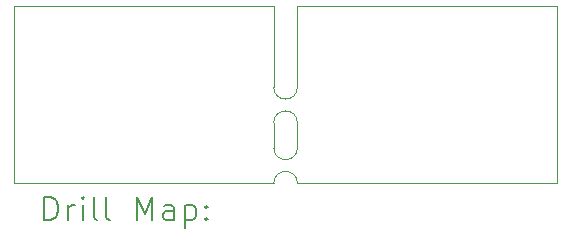
<source format=gbr>
%TF.GenerationSoftware,KiCad,Pcbnew,8.0.9*%
%TF.CreationDate,2025-09-16T20:51:41+09:00*%
%TF.ProjectId,usb_sfc_pad,7573625f-7366-4635-9f70-61642e6b6963,rev?*%
%TF.SameCoordinates,Original*%
%TF.FileFunction,Drillmap*%
%TF.FilePolarity,Positive*%
%FSLAX45Y45*%
G04 Gerber Fmt 4.5, Leading zero omitted, Abs format (unit mm)*
G04 Created by KiCad (PCBNEW 8.0.9) date 2025-09-16 20:51:41*
%MOMM*%
%LPD*%
G01*
G04 APERTURE LIST*
%ADD10C,0.050000*%
%ADD11C,0.200000*%
G04 APERTURE END LIST*
D10*
X8043771Y-4960436D02*
G75*
G02*
X8243771Y-4960436I100000J0D01*
G01*
X5843771Y-5472936D02*
X8043771Y-5472936D01*
X8243771Y-5472936D02*
X10443771Y-5472936D01*
X8243771Y-5172936D02*
G75*
G02*
X8043771Y-5172936I-100000J0D01*
G01*
X8043771Y-4960436D02*
X8043771Y-5172936D01*
X8043771Y-5472936D02*
G75*
G02*
X8243771Y-5472936I100000J0D01*
G01*
X5843771Y-3972936D02*
X5843771Y-5472936D01*
X8043771Y-3972936D02*
X5843771Y-3972936D01*
X10443771Y-5472936D02*
X10443771Y-3972936D01*
X10443771Y-3972936D02*
X8243771Y-3972936D01*
X8243771Y-4660436D02*
G75*
G02*
X8043771Y-4660436I-100000J0D01*
G01*
X8243771Y-4960436D02*
X8243771Y-5172936D01*
X8043771Y-3972936D02*
X8043771Y-4660436D01*
X8243771Y-3972936D02*
X8243771Y-4660436D01*
D11*
X6102048Y-5786920D02*
X6102048Y-5586920D01*
X6102048Y-5586920D02*
X6149667Y-5586920D01*
X6149667Y-5586920D02*
X6178238Y-5596444D01*
X6178238Y-5596444D02*
X6197286Y-5615491D01*
X6197286Y-5615491D02*
X6206810Y-5634539D01*
X6206810Y-5634539D02*
X6216333Y-5672634D01*
X6216333Y-5672634D02*
X6216333Y-5701205D01*
X6216333Y-5701205D02*
X6206810Y-5739301D01*
X6206810Y-5739301D02*
X6197286Y-5758348D01*
X6197286Y-5758348D02*
X6178238Y-5777396D01*
X6178238Y-5777396D02*
X6149667Y-5786920D01*
X6149667Y-5786920D02*
X6102048Y-5786920D01*
X6302048Y-5786920D02*
X6302048Y-5653586D01*
X6302048Y-5691682D02*
X6311572Y-5672634D01*
X6311572Y-5672634D02*
X6321095Y-5663110D01*
X6321095Y-5663110D02*
X6340143Y-5653586D01*
X6340143Y-5653586D02*
X6359191Y-5653586D01*
X6425857Y-5786920D02*
X6425857Y-5653586D01*
X6425857Y-5586920D02*
X6416333Y-5596444D01*
X6416333Y-5596444D02*
X6425857Y-5605967D01*
X6425857Y-5605967D02*
X6435381Y-5596444D01*
X6435381Y-5596444D02*
X6425857Y-5586920D01*
X6425857Y-5586920D02*
X6425857Y-5605967D01*
X6549667Y-5786920D02*
X6530619Y-5777396D01*
X6530619Y-5777396D02*
X6521095Y-5758348D01*
X6521095Y-5758348D02*
X6521095Y-5586920D01*
X6654429Y-5786920D02*
X6635381Y-5777396D01*
X6635381Y-5777396D02*
X6625857Y-5758348D01*
X6625857Y-5758348D02*
X6625857Y-5586920D01*
X6883000Y-5786920D02*
X6883000Y-5586920D01*
X6883000Y-5586920D02*
X6949667Y-5729777D01*
X6949667Y-5729777D02*
X7016333Y-5586920D01*
X7016333Y-5586920D02*
X7016333Y-5786920D01*
X7197286Y-5786920D02*
X7197286Y-5682158D01*
X7197286Y-5682158D02*
X7187762Y-5663110D01*
X7187762Y-5663110D02*
X7168714Y-5653586D01*
X7168714Y-5653586D02*
X7130619Y-5653586D01*
X7130619Y-5653586D02*
X7111572Y-5663110D01*
X7197286Y-5777396D02*
X7178238Y-5786920D01*
X7178238Y-5786920D02*
X7130619Y-5786920D01*
X7130619Y-5786920D02*
X7111572Y-5777396D01*
X7111572Y-5777396D02*
X7102048Y-5758348D01*
X7102048Y-5758348D02*
X7102048Y-5739301D01*
X7102048Y-5739301D02*
X7111572Y-5720253D01*
X7111572Y-5720253D02*
X7130619Y-5710729D01*
X7130619Y-5710729D02*
X7178238Y-5710729D01*
X7178238Y-5710729D02*
X7197286Y-5701205D01*
X7292524Y-5653586D02*
X7292524Y-5853586D01*
X7292524Y-5663110D02*
X7311572Y-5653586D01*
X7311572Y-5653586D02*
X7349667Y-5653586D01*
X7349667Y-5653586D02*
X7368714Y-5663110D01*
X7368714Y-5663110D02*
X7378238Y-5672634D01*
X7378238Y-5672634D02*
X7387762Y-5691682D01*
X7387762Y-5691682D02*
X7387762Y-5748824D01*
X7387762Y-5748824D02*
X7378238Y-5767872D01*
X7378238Y-5767872D02*
X7368714Y-5777396D01*
X7368714Y-5777396D02*
X7349667Y-5786920D01*
X7349667Y-5786920D02*
X7311572Y-5786920D01*
X7311572Y-5786920D02*
X7292524Y-5777396D01*
X7473476Y-5767872D02*
X7483000Y-5777396D01*
X7483000Y-5777396D02*
X7473476Y-5786920D01*
X7473476Y-5786920D02*
X7463953Y-5777396D01*
X7463953Y-5777396D02*
X7473476Y-5767872D01*
X7473476Y-5767872D02*
X7473476Y-5786920D01*
X7473476Y-5663110D02*
X7483000Y-5672634D01*
X7483000Y-5672634D02*
X7473476Y-5682158D01*
X7473476Y-5682158D02*
X7463953Y-5672634D01*
X7463953Y-5672634D02*
X7473476Y-5663110D01*
X7473476Y-5663110D02*
X7473476Y-5682158D01*
M02*

</source>
